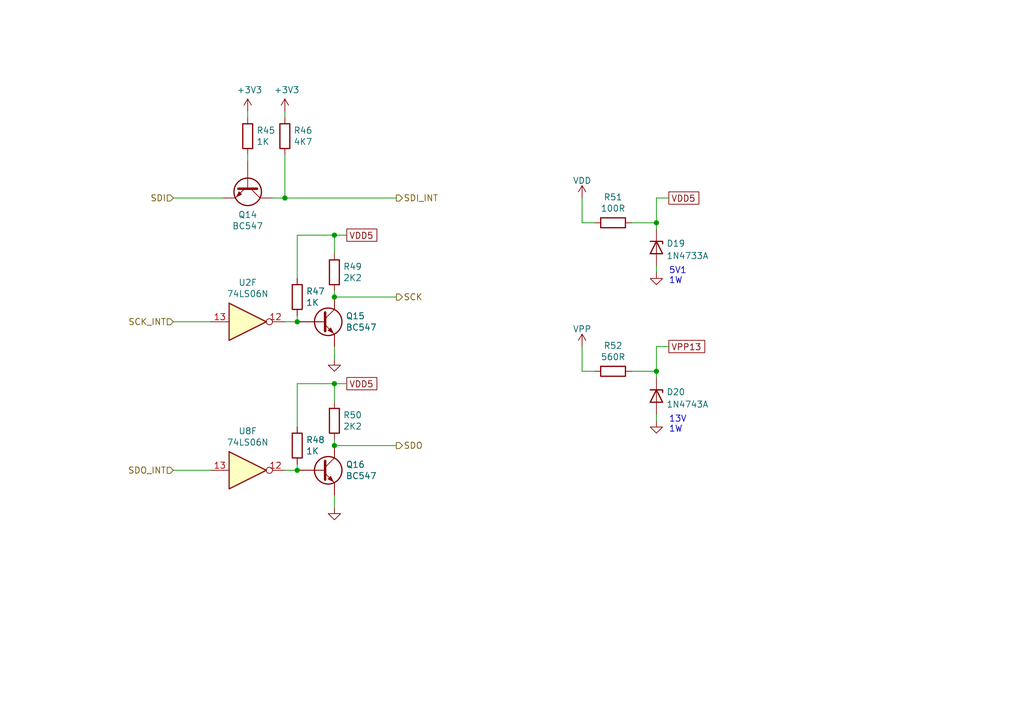
<source format=kicad_sch>
(kicad_sch (version 20211123) (generator eeschema)
  (paper "A5")
  (title_block (title "USB Flash/EPROM Programmer") (date "2022-04-23") (rev "v0.1.0 rev.E") (company "Robson Martins") (comment 1 "https://usbflashprog.robsonmartins.com"))
  (lib_symbols
    (symbol "74xx:74LS06N" (pin_names (offset 1.016))
      (property "Reference" "U" (at 0 1.27 0))
      (property "Value" "74LS06N" (at 0 -1.27 0))
      (symbol "74LS06N_1_0"
        (polyline (pts (xy -3.81 3.81) (xy -3.81 -3.81) (xy 3.81 0) (xy -3.81 3.81)) (stroke (width 0.254)) (fill (type background)))
        (pin input line (at -7.62 0 0) (length 3.81) (name "~") (number "1"))
        (pin open_collector inverted (at 7.62 0 180) (length 3.81) (name "~") (number "2"))
      )
      (symbol "74LS06N_2_0"
        (polyline (pts (xy -3.81 3.81) (xy -3.81 -3.81) (xy 3.81 0) (xy -3.81 3.81)) (stroke (width 0.254)) (fill (type background)))
        (pin input line (at -7.62 0 0) (length 3.81) (name "~") (number "3"))
        (pin open_collector inverted (at 7.62 0 180) (length 3.81) (name "~") (number "4"))
      )
      (symbol "74LS06N_3_0"
        (polyline (pts (xy -3.81 3.81) (xy -3.81 -3.81) (xy 3.81 0) (xy -3.81 3.81)) (stroke (width 0.254)) (fill (type background)))
        (pin input line (at -7.62 0 0) (length 3.81) (name "~") (number "5"))
        (pin open_collector inverted (at 7.62 0 180) (length 3.81) (name "~") (number "6"))
      )
      (symbol "74LS06N_4_0"
        (polyline (pts (xy -3.81 3.81) (xy -3.81 -3.81) (xy 3.81 0) (xy -3.81 3.81)) (stroke (width 0.254)) (fill (type background)))
        (pin open_collector inverted (at 7.62 0 180) (length 3.81) (name "~") (number "8"))
        (pin input line (at -7.62 0 0) (length 3.81) (name "~") (number "9"))
      )
      (symbol "74LS06N_5_0"
        (polyline (pts (xy -3.81 3.81) (xy -3.81 -3.81) (xy 3.81 0) (xy -3.81 3.81)) (stroke (width 0.254)) (fill (type background)))
        (pin open_collector inverted (at 7.62 0 180) (length 3.81) (name "~") (number "10"))
        (pin input line (at -7.62 0 0) (length 3.81) (name "~") (number "11"))
      )
      (symbol "74LS06N_6_0"
        (polyline (pts (xy -3.81 3.81) (xy -3.81 -3.81) (xy 3.81 0) (xy -3.81 3.81)) (stroke (width 0.254)) (fill (type background)))
        (pin open_collector inverted (at 7.62 0 180) (length 3.81) (name "~") (number "12"))
        (pin input line (at -7.62 0 0) (length 3.81) (name "~") (number "13"))
      )
      (symbol "74LS06N_7_0"
        (pin power_in line (at 0 12.7 270) (length 5.08) (name "VCC") (number "14"))
        (pin power_in line (at 0 -12.7 90) (length 5.08) (name "GND") (number "7"))
      )
      (symbol "74LS06N_7_1"
        (rectangle (start -5.08 7.62) (end 5.08 -7.62) (stroke (width 0.254)) (fill (type background)))
      )
    )
    (symbol "BC547_1" (pin_numbers hide) (pin_names (offset 0) hide)
      (property "Reference" "Q" (at 5.08 1.905 0))
      (property "Value" "BC547_1" (at 5.08 0 0))
      (symbol "BC547_1_0_1"
        (polyline (pts (xy 0 0) (xy 0.635 0)))
        (polyline (pts (xy 0.635 0.635) (xy 2.54 2.54)))
        (polyline (pts (xy 0.635 -0.635) (xy 2.54 -2.54) (xy 2.54 -2.54)))
        (polyline (pts (xy 0.635 1.905) (xy 0.635 -1.905) (xy 0.635 -1.905)) (stroke (width 0.508)))
        (polyline (pts (xy 1.27 -1.778) (xy 1.778 -1.27) (xy 2.286 -2.286) (xy 1.27 -1.778) (xy 1.27 -1.778)) (fill (type outline)))
        (circle (center 1.27 0) (radius 2.8194) (stroke (width 0.254)))
      )
      (symbol "BC547_1_1_1"
        (pin passive line (at 2.54 5.08 270) (length 2.54) (name "C") (number "1"))
        (pin input line (at -5.08 0 0) (length 5.08) (name "B") (number "2"))
        (pin passive line (at 2.54 -5.08 90) (length 2.54) (name "E") (number "3"))
      )
    )
    (symbol "BC547_2" (pin_numbers hide) (pin_names (offset 0) hide)
      (property "Reference" "Q" (at 5.08 1.905 0))
      (property "Value" "BC547_2" (at 5.08 0 0))
      (symbol "BC547_2_0_1"
        (polyline (pts (xy 0 0) (xy 0.635 0)))
        (polyline (pts (xy 0.635 0.635) (xy 2.54 2.54)))
        (polyline (pts (xy 0.635 -0.635) (xy 2.54 -2.54) (xy 2.54 -2.54)))
        (polyline (pts (xy 0.635 1.905) (xy 0.635 -1.905) (xy 0.635 -1.905)) (stroke (width 0.508)))
        (polyline (pts (xy 1.27 -1.778) (xy 1.778 -1.27) (xy 2.286 -2.286) (xy 1.27 -1.778) (xy 1.27 -1.778)) (fill (type outline)))
        (circle (center 1.27 0) (radius 2.8194) (stroke (width 0.254)))
      )
      (symbol "BC547_2_1_1"
        (pin passive line (at 2.54 5.08 270) (length 2.54) (name "C") (number "1"))
        (pin input line (at -5.08 0 0) (length 5.08) (name "B") (number "2"))
        (pin passive line (at 2.54 -5.08 90) (length 2.54) (name "E") (number "3"))
      )
    )
    (symbol "Device:R" (pin_numbers hide) (pin_names (offset 0))
      (property "Reference" "R" (at 2.032 0 90))
      (property "Value" "R" (at 0 0 90))
      (symbol "R_0_1"
        (rectangle (start -1.016 -2.54) (end 1.016 2.54) (stroke (width 0.254)))
      )
      (symbol "R_1_1"
        (pin passive line (at 0 3.81 270) (length 1.27) (name "~") (number "1"))
        (pin passive line (at 0 -3.81 90) (length 1.27) (name "~") (number "2"))
      )
    )
    (symbol "Diode:1N47xxA" (pin_numbers hide) (pin_names hide)
      (property "Reference" "D" (at 0 2.54 0))
      (property "Value" "1N47xxA" (at 0 -2.54 0))
      (symbol "1N47xxA_0_1"
        (polyline (pts (xy 1.27 0) (xy -1.27 0)))
        (polyline (pts (xy -1.27 -1.27) (xy -1.27 1.27) (xy -0.762 1.27)) (stroke (width 0.254)))
        (polyline (pts (xy 1.27 -1.27) (xy 1.27 1.27) (xy -1.27 0) (xy 1.27 -1.27)) (stroke (width 0.254)))
      )
      (symbol "1N47xxA_1_1"
        (pin passive line (at -3.81 0 0) (length 2.54) (name "K") (number "1"))
        (pin passive line (at 3.81 0 180) (length 2.54) (name "A") (number "2"))
      )
    )
    (symbol "Transistor_BJT:BC547" (pin_numbers hide) (pin_names (offset 0) hide)
      (property "Reference" "Q" (at 5.08 1.905 0))
      (property "Value" "BC547" (at 5.08 0 0))
      (symbol "BC547_0_1"
        (polyline (pts (xy 0 0) (xy 0.635 0)))
        (polyline (pts (xy 0.635 0.635) (xy 2.54 2.54)))
        (polyline (pts (xy 0.635 -0.635) (xy 2.54 -2.54) (xy 2.54 -2.54)))
        (polyline (pts (xy 0.635 1.905) (xy 0.635 -1.905) (xy 0.635 -1.905)) (stroke (width 0.508)))
        (polyline (pts (xy 1.27 -1.778) (xy 1.778 -1.27) (xy 2.286 -2.286) (xy 1.27 -1.778) (xy 1.27 -1.778)) (fill (type outline)))
        (circle (center 1.27 0) (radius 2.8194) (stroke (width 0.254)))
      )
      (symbol "BC547_1_1"
        (pin passive line (at 2.54 5.08 270) (length 2.54) (name "C") (number "1"))
        (pin input line (at -5.08 0 0) (length 5.08) (name "B") (number "2"))
        (pin passive line (at 2.54 -5.08 90) (length 2.54) (name "E") (number "3"))
      )
    )
    (symbol "power:+3V3" (power) (pin_names (offset 0))
      (property "Value" "+3V3" (at 0 3.556 0))
      (symbol "+3V3_0_1"
        (polyline (pts (xy -0.762 1.27) (xy 0 2.54)))
        (polyline (pts (xy 0 0) (xy 0 2.54)))
        (polyline (pts (xy 0 2.54) (xy 0.762 1.27)))
      )
      (symbol "+3V3_1_1"
        (pin power_in line (at 0 0 90) (length 0) hide (name "+3V3") (number "1"))
      )
    )
    (symbol "power:GND" (power) (pin_names (offset 0))
      (property "Value" "GND" (at 0 -3.81 0))
      (symbol "GND_0_1"
        (polyline (pts (xy 0 0) (xy 0 -1.27) (xy 1.27 -1.27) (xy 0 -2.54) (xy -1.27 -1.27) (xy 0 -1.27)))
      )
      (symbol "GND_1_1"
        (pin power_in line (at 0 0 270) (length 0) hide (name "GND") (number "1"))
      )
    )
    (symbol "power:VDD" (power) (pin_names (offset 0))
      (property "Value" "VDD" (at 0 3.81 0))
      (symbol "VDD_0_1"
        (polyline (pts (xy -0.762 1.27) (xy 0 2.54)))
        (polyline (pts (xy 0 0) (xy 0 2.54)))
        (polyline (pts (xy 0 2.54) (xy 0.762 1.27)))
      )
      (symbol "VDD_1_1"
        (pin power_in line (at 0 0 90) (length 0) hide (name "VDD") (number "1"))
      )
    )
    (symbol "power:VPP" (power) (pin_names (offset 0))
      (property "Value" "VPP" (at 0 3.81 0))
      (symbol "VPP_0_1"
        (polyline (pts (xy -0.762 1.27) (xy 0 2.54)))
        (polyline (pts (xy 0 0) (xy 0 2.54)))
        (polyline (pts (xy 0 2.54) (xy 0.762 1.27)))
      )
      (symbol "VPP_1_1"
        (pin power_in line (at 0 0 90) (length 0) hide (name "VPP") (number "1"))
      )
    )
  )
  (junction (at 68.58 91.44))
  (junction (at 68.58 60.96))
  (junction (at 58.42 40.64))
  (junction (at 68.58 78.74))
  (junction (at 134.62 45.72))
  (junction (at 68.58 48.26))
  (junction (at 60.96 96.52))
  (junction (at 134.62 76.2))
  (junction (at 60.96 66.04))
  (wire (pts (xy 50.8 33.02) (xy 50.8 31.75)))
  (wire (pts (xy 60.96 78.74) (xy 68.58 78.74)))
  (wire (pts (xy 68.58 48.26) (xy 68.58 52.07)))
  (wire (pts (xy 119.38 45.72) (xy 121.92 45.72)))
  (wire (pts (xy 58.42 40.64) (xy 81.28 40.64)))
  (wire (pts (xy 134.62 40.64) (xy 137.16 40.64)))
  (wire (pts (xy 68.58 78.74) (xy 71.12 78.74)))
  (wire (pts (xy 134.62 76.2) (xy 134.62 77.47)))
  (wire (pts (xy 134.62 76.2) (xy 134.62 71.12)))
  (wire (pts (xy 35.56 66.04) (xy 43.18 66.04)))
  (wire (pts (xy 58.42 22.86) (xy 58.42 24.13)))
  (wire (pts (xy 60.96 57.15) (xy 60.96 48.26)))
  (wire (pts (xy 60.96 95.25) (xy 60.96 96.52)))
  (wire (pts (xy 119.38 40.64) (xy 119.38 45.72)))
  (wire (pts (xy 55.88 40.64) (xy 58.42 40.64)))
  (wire (pts (xy 129.54 45.72) (xy 134.62 45.72)))
  (wire (pts (xy 68.58 60.96) (xy 81.28 60.96)))
  (wire (pts (xy 58.42 96.52) (xy 60.96 96.52)))
  (wire (pts (xy 134.62 54.61) (xy 134.62 55.88)))
  (wire (pts (xy 68.58 90.17) (xy 68.58 91.44)))
  (wire (pts (xy 60.96 87.63) (xy 60.96 78.74)))
  (wire (pts (xy 129.54 76.2) (xy 134.62 76.2)))
  (wire (pts (xy 60.96 48.26) (xy 68.58 48.26)))
  (wire (pts (xy 35.56 40.64) (xy 45.72 40.64)))
  (wire (pts (xy 68.58 59.69) (xy 68.58 60.96)))
  (wire (pts (xy 134.62 71.12) (xy 137.16 71.12)))
  (wire (pts (xy 68.58 71.12) (xy 68.58 73.66)))
  (wire (pts (xy 134.62 85.09) (xy 134.62 86.36)))
  (wire (pts (xy 68.58 91.44) (xy 81.28 91.44)))
  (wire (pts (xy 68.58 48.26) (xy 71.12 48.26)))
  (wire (pts (xy 58.42 40.64) (xy 58.42 31.75)))
  (wire (pts (xy 134.62 45.72) (xy 134.62 46.99)))
  (wire (pts (xy 68.58 78.74) (xy 68.58 82.55)))
  (wire (pts (xy 58.42 66.04) (xy 60.96 66.04)))
  (wire (pts (xy 119.38 76.2) (xy 119.38 71.12)))
  (wire (pts (xy 50.8 22.86) (xy 50.8 24.13)))
  (wire (pts (xy 134.62 45.72) (xy 134.62 40.64)))
  (wire (pts (xy 35.56 96.52) (xy 43.18 96.52)))
  (wire (pts (xy 121.92 76.2) (xy 119.38 76.2)))
  (wire (pts (xy 68.58 101.6) (xy 68.58 104.14)))
  (wire (pts (xy 60.96 64.77) (xy 60.96 66.04)))
  (text "13V\n1W" (at 137.16 88.9 0) (effects (font (size 1.27 1.27)) (justify left bottom)))
  (text "5V1\n1W" (at 137.16 58.42 0) (effects (font (size 1.27 1.27)) (justify left bottom)))
  (global_label "VPP13" (shape passive) (at 137.16 71.12 0) (property "Intersheet References" "${INTERSHEET_REFS}" (effects hide)))
  (global_label "VDD5" (shape passive) (at 71.12 48.26 0) (property "Intersheet References" "${INTERSHEET_REFS}" (effects hide)))
  (global_label "VDD5" (shape passive) (at 137.16 40.64 0) (property "Intersheet References" "${INTERSHEET_REFS}" (effects hide)))
  (global_label "VDD5" (shape passive) (at 71.12 78.74 0) (property "Intersheet References" "${INTERSHEET_REFS}" (effects hide)))
  (hierarchical_label "SDO" (shape output) (at 81.28 91.44 0))
  (hierarchical_label "SCK_INT" (shape input) (at 35.56 66.04 180))
  (hierarchical_label "SDI" (shape input) (at 35.56 40.64 180))
  (hierarchical_label "SDO_INT" (shape input) (at 35.56 96.52 180))
  (hierarchical_label "SCK" (shape output) (at 81.28 60.96 0))
  (hierarchical_label "SDI_INT" (shape output) (at 81.28 40.64 0))
  (symbol (lib_id "power:VPP") (at 119.38 71.12 0) (unit 1)
    (property "Reference" "#PWR077" (effects hide))
    (property "Value" "VPP" (at 119.38 67.5442 0))
  )
  (symbol (lib_name "BC547_2") (lib_id "Transistor_BJT:BC547") (at 66.04 66.04 0) (unit 1)
    (property "Reference" "Q15" (at 70.8914 64.8716 0) (effects (justify left)))
    (property "Value" "BC547" (at 70.8914 67.183 0) (effects (justify left)))
    (property "Footprint" "Package_TO_SOT_THT:TO-92_Inline_Wide" (effects hide))
    (property "Datasheet" "https://www.onsemi.com/pub/Collateral/BC550-D.pdf" (effects hide))
  )
  (symbol (lib_id "power:GND") (at 134.62 86.36 0) (unit 1)
    (property "Reference" "#PWR079" (effects hide))
    (property "Value" "GND" (effects hide))
  )
  (symbol (lib_id "power:GND") (at 68.58 104.14 0) (unit 1)
    (property "Reference" "#PWR075" (effects hide))
    (property "Value" "GND" (effects hide))
  )
  (symbol (lib_id "Device:R") (at 125.73 76.2 90) (unit 1)
    (property "Reference" "R52" (at 125.73 70.9422 90))
    (property "Value" "560R" (at 125.73 73.2536 90))
    (property "Footprint" "Resistor_THT:R_Axial_DIN0207_L6.3mm_D2.5mm_P10.16mm_Horizontal" (effects hide))
  )
  (symbol (lib_id "Device:R") (at 68.58 86.36 0) (unit 1)
    (property "Reference" "R50" (at 70.358 85.1916 0) (effects (justify left)))
    (property "Value" "2K2" (at 70.358 87.503 0) (effects (justify left)))
    (property "Footprint" "Resistor_THT:R_Axial_DIN0207_L6.3mm_D2.5mm_P10.16mm_Horizontal" (effects hide))
  )
  (symbol (lib_id "Diode:1N47xxA") (at 134.62 81.28 270) (unit 1)
    (property "Reference" "D20" (at 136.652 80.4453 90) (effects (justify left)))
    (property "Value" "1N4743A" (at 136.652 82.9822 90) (effects (justify left)))
    (property "Footprint" "Diode_THT:D_DO-41_SOD81_P10.16mm_Horizontal" (effects hide))
    (property "Datasheet" "https://www.vishay.com/docs/85816/1n4728a.pdf" (effects hide))
  )
  (symbol (lib_id "Device:R") (at 50.8 27.94 0) (unit 1)
    (property "Reference" "R45" (at 52.578 26.7716 0) (effects (justify left)))
    (property "Value" "1K" (at 52.578 29.083 0) (effects (justify left)))
    (property "Footprint" "Resistor_THT:R_Axial_DIN0207_L6.3mm_D2.5mm_P10.16mm_Horizontal" (effects hide))
  )
  (symbol (lib_id "Device:R") (at 60.96 60.96 0) (unit 1)
    (property "Reference" "R47" (at 62.738 59.7916 0) (effects (justify left)))
    (property "Value" "1K" (at 62.738 62.103 0) (effects (justify left)))
    (property "Footprint" "Resistor_THT:R_Axial_DIN0207_L6.3mm_D2.5mm_P10.16mm_Horizontal" (effects hide))
  )
  (symbol (lib_id "Device:R") (at 68.58 55.88 0) (unit 1)
    (property "Reference" "R49" (at 70.358 54.7116 0) (effects (justify left)))
    (property "Value" "2K2" (at 70.358 57.023 0) (effects (justify left)))
    (property "Footprint" "Resistor_THT:R_Axial_DIN0207_L6.3mm_D2.5mm_P10.16mm_Horizontal" (effects hide))
  )
  (symbol (lib_id "power:VDD") (at 119.38 40.64 0) (unit 1)
    (property "Reference" "#PWR076" (effects hide))
    (property "Value" "VDD" (at 119.38 37.0642 0))
  )
  (symbol (lib_id "power:+3V3") (at 58.42 22.86 0) (unit 1)
    (property "Reference" "#PWR073" (effects hide))
    (property "Value" "+3V3" (at 58.801 18.4658 0))
  )
  (symbol (lib_id "power:GND") (at 134.62 55.88 0) (unit 1)
    (property "Reference" "#PWR078" (effects hide))
    (property "Value" "GND" (effects hide))
  )
  (symbol (lib_id "74xx:74LS06N") (at 50.8 66.04 0) (unit 6)
    (property "Reference" "U2" (at 50.8 57.9882 0))
    (property "Value" "74LS06N" (at 50.8 60.2996 0))
    (property "Footprint" "Package_DIP:DIP-14_W7.62mm" (effects hide))
    (property "Datasheet" "http://www.ti.com/lit/gpn/sn74LS06N" (effects hide))
  )
  (symbol (lib_id "Transistor_BJT:BC547") (at 66.04 96.52 0) (unit 1)
    (property "Reference" "Q16" (at 70.8914 95.3516 0) (effects (justify left)))
    (property "Value" "BC547" (at 70.8914 97.663 0) (effects (justify left)))
    (property "Footprint" "Package_TO_SOT_THT:TO-92_Inline_Wide" (effects hide))
    (property "Datasheet" "https://www.onsemi.com/pub/Collateral/BC550-D.pdf" (effects hide))
  )
  (symbol (lib_id "Device:R") (at 60.96 91.44 0) (unit 1)
    (property "Reference" "R48" (at 62.738 90.2716 0) (effects (justify left)))
    (property "Value" "1K" (at 62.738 92.583 0) (effects (justify left)))
    (property "Footprint" "Resistor_THT:R_Axial_DIN0207_L6.3mm_D2.5mm_P10.16mm_Horizontal" (effects hide))
  )
  (symbol (lib_id "74xx:74LS06N") (at 50.8 96.52 0) (unit 6)
    (property "Reference" "U8" (at 50.8 88.4682 0))
    (property "Value" "74LS06N" (at 50.8 90.7796 0))
    (property "Footprint" "Package_DIP:DIP-14_W7.62mm" (effects hide))
    (property "Datasheet" "http://www.ti.com/lit/gpn/sn74LS06N" (effects hide))
  )
  (symbol (lib_id "power:+3V3") (at 50.8 22.86 0) (unit 1)
    (property "Reference" "#PWR072" (effects hide))
    (property "Value" "+3V3" (at 51.181 18.4658 0))
  )
  (symbol (lib_id "Device:R") (at 58.42 27.94 0) (unit 1)
    (property "Reference" "R46" (at 60.198 26.7716 0) (effects (justify left)))
    (property "Value" "4K7" (at 60.198 29.083 0) (effects (justify left)))
    (property "Footprint" "Resistor_THT:R_Axial_DIN0207_L6.3mm_D2.5mm_P10.16mm_Horizontal" (effects hide))
  )
  (symbol (lib_id "power:GND") (at 68.58 73.66 0) (unit 1)
    (property "Reference" "#PWR074" (effects hide))
    (property "Value" "GND" (effects hide))
  )
  (symbol (lib_name "BC547_1") (lib_id "Transistor_BJT:BC547") (at 50.8 38.1 270) (unit 1)
    (property "Reference" "Q14" (at 50.8 44.069 90))
    (property "Value" "BC547" (at 50.8 46.3804 90))
    (property "Footprint" "Package_TO_SOT_THT:TO-92_Inline_Wide" (effects hide))
    (property "Datasheet" "https://www.onsemi.com/pub/Collateral/BC550-D.pdf" (effects hide))
  )
  (symbol (lib_id "Device:R") (at 125.73 45.72 90) (unit 1)
    (property "Reference" "R51" (at 125.73 40.4622 90))
    (property "Value" "100R" (at 125.73 42.7736 90))
    (property "Footprint" "Resistor_THT:R_Axial_DIN0207_L6.3mm_D2.5mm_P10.16mm_Horizontal" (effects hide))
  )
  (symbol (lib_id "Diode:1N47xxA") (at 134.62 50.8 270) (unit 1)
    (property "Reference" "D19" (at 136.652 49.9653 90) (effects (justify left)))
    (property "Value" "1N4733A" (at 136.652 52.5022 90) (effects (justify left)))
    (property "Footprint" "Diode_THT:D_DO-41_SOD81_P10.16mm_Horizontal" (effects hide))
    (property "Datasheet" "https://www.vishay.com/docs/85816/1n4728a.pdf" (effects hide))
  )
)
</source>
